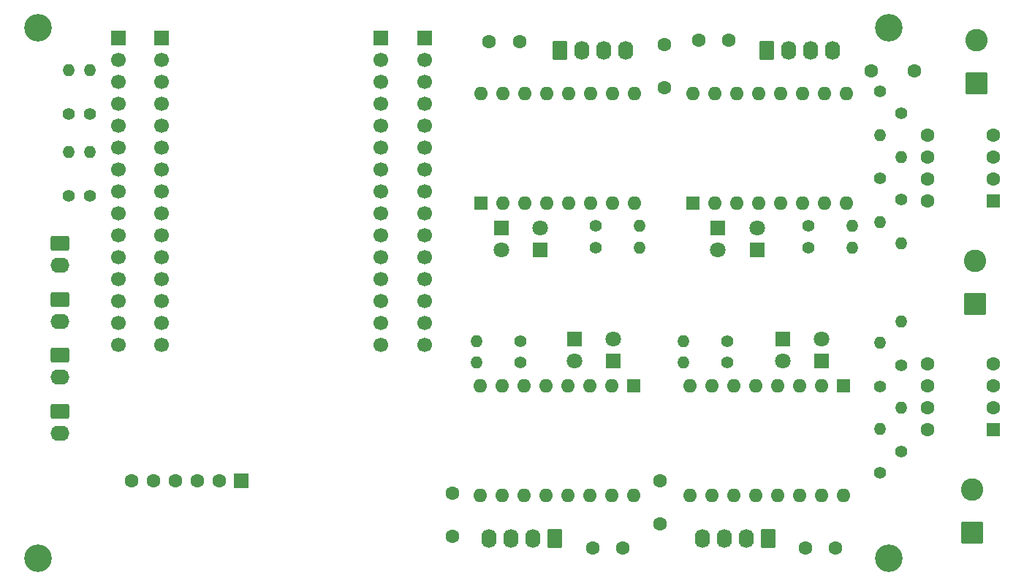
<source format=gbs>
%TF.GenerationSoftware,KiCad,Pcbnew,9.0.1*%
%TF.CreationDate,2025-04-10T10:54:34+02:00*%
%TF.ProjectId,mainboard_pcb,6d61696e-626f-4617-9264-5f7063622e6b,rev?*%
%TF.SameCoordinates,Original*%
%TF.FileFunction,Soldermask,Bot*%
%TF.FilePolarity,Negative*%
%FSLAX46Y46*%
G04 Gerber Fmt 4.6, Leading zero omitted, Abs format (unit mm)*
G04 Created by KiCad (PCBNEW 9.0.1) date 2025-04-10 10:54:34*
%MOMM*%
%LPD*%
G01*
G04 APERTURE LIST*
G04 Aperture macros list*
%AMRoundRect*
0 Rectangle with rounded corners*
0 $1 Rounding radius*
0 $2 $3 $4 $5 $6 $7 $8 $9 X,Y pos of 4 corners*
0 Add a 4 corners polygon primitive as box body*
4,1,4,$2,$3,$4,$5,$6,$7,$8,$9,$2,$3,0*
0 Add four circle primitives for the rounded corners*
1,1,$1+$1,$2,$3*
1,1,$1+$1,$4,$5*
1,1,$1+$1,$6,$7*
1,1,$1+$1,$8,$9*
0 Add four rect primitives between the rounded corners*
20,1,$1+$1,$2,$3,$4,$5,0*
20,1,$1+$1,$4,$5,$6,$7,0*
20,1,$1+$1,$6,$7,$8,$9,0*
20,1,$1+$1,$8,$9,$2,$3,0*%
G04 Aperture macros list end*
%ADD10C,3.200000*%
%ADD11R,1.800000X1.800000*%
%ADD12C,1.800000*%
%ADD13C,1.400000*%
%ADD14O,1.400000X1.400000*%
%ADD15R,1.600000X1.600000*%
%ADD16O,1.600000X1.600000*%
%ADD17RoundRect,0.250000X0.550000X0.550000X-0.550000X0.550000X-0.550000X-0.550000X0.550000X-0.550000X0*%
%ADD18C,1.600000*%
%ADD19RoundRect,0.250000X1.050000X-1.050000X1.050000X1.050000X-1.050000X1.050000X-1.050000X-1.050000X0*%
%ADD20C,2.600000*%
%ADD21RoundRect,0.250000X-0.845000X0.620000X-0.845000X-0.620000X0.845000X-0.620000X0.845000X0.620000X0*%
%ADD22O,2.190000X1.740000*%
%ADD23R,1.700000X1.700000*%
%ADD24C,1.700000*%
%ADD25RoundRect,0.250000X0.620000X0.845000X-0.620000X0.845000X-0.620000X-0.845000X0.620000X-0.845000X0*%
%ADD26O,1.740000X2.190000*%
%ADD27RoundRect,0.250000X-0.620000X-0.845000X0.620000X-0.845000X0.620000X0.845000X-0.620000X0.845000X0*%
G04 APERTURE END LIST*
D10*
%TO.C,H4*%
X108000000Y-106500000D03*
%TD*%
D11*
%TO.C,D7*%
X161640000Y-68215000D03*
D12*
X161640000Y-70755000D03*
%TD*%
D13*
%TO.C,R18*%
X205500000Y-52420000D03*
D14*
X205500000Y-57500000D03*
%TD*%
D13*
%TO.C,R20*%
X208000000Y-84120000D03*
D14*
X208000000Y-79040000D03*
%TD*%
D13*
%TO.C,R16*%
X208000000Y-64920000D03*
D14*
X208000000Y-70000000D03*
%TD*%
D15*
%TO.C,A1*%
X201240000Y-86500000D03*
D16*
X198700000Y-86500000D03*
X196160000Y-86500000D03*
X193620000Y-86500000D03*
X191080000Y-86500000D03*
X188540000Y-86500000D03*
X186000000Y-86500000D03*
X183460000Y-86500000D03*
X183460000Y-99200000D03*
X186000000Y-99200000D03*
X188540000Y-99200000D03*
X191080000Y-99200000D03*
X193620000Y-99200000D03*
X196160000Y-99200000D03*
X198700000Y-99200000D03*
X201240000Y-99200000D03*
%TD*%
D11*
%TO.C,D6*%
X194240000Y-81070000D03*
D12*
X194240000Y-83610000D03*
%TD*%
D13*
%TO.C,R10*%
X163868664Y-83793616D03*
D14*
X158788664Y-83793616D03*
%TD*%
D11*
%TO.C,D2*%
X191250000Y-70755000D03*
D12*
X191250000Y-68215000D03*
%TD*%
D13*
%TO.C,R17*%
X205500000Y-62460000D03*
D14*
X205500000Y-67540000D03*
%TD*%
D13*
%TO.C,R8*%
X197210000Y-67985000D03*
D14*
X202290000Y-67985000D03*
%TD*%
D17*
%TO.C,SW1*%
X218620000Y-65080000D03*
D18*
X218620000Y-62540000D03*
X218620000Y-60000000D03*
X218620000Y-57460000D03*
X211000000Y-57460000D03*
X211000000Y-60000000D03*
X211000000Y-62540000D03*
X211000000Y-65080000D03*
%TD*%
D13*
%TO.C,R14*%
X172600000Y-67985000D03*
D14*
X177680000Y-67985000D03*
%TD*%
D11*
%TO.C,D1*%
X186750000Y-68215000D03*
D12*
X186750000Y-70755000D03*
%TD*%
D19*
%TO.C,J3*%
X216172500Y-103500000D03*
D20*
X216172500Y-98500000D03*
%TD*%
D21*
%TO.C,J8*%
X110500000Y-83000000D03*
D22*
X110500000Y-85540000D03*
%TD*%
D11*
%TO.C,D5*%
X198740000Y-83610000D03*
D12*
X198740000Y-81070000D03*
%TD*%
D23*
%TO.C,J13*%
X117300000Y-46220000D03*
D24*
X117300000Y-48760000D03*
X117300000Y-51300000D03*
X117300000Y-53840000D03*
X117300000Y-56380000D03*
X117300000Y-58920000D03*
X117300000Y-61460000D03*
X117300000Y-64000000D03*
X117300000Y-66540000D03*
X117300000Y-69080000D03*
X117300000Y-71620000D03*
X117300000Y-74160000D03*
X117300000Y-76700000D03*
X117300000Y-79240000D03*
X117300000Y-81780000D03*
%TD*%
D18*
%TO.C,C8*%
X156000000Y-104000000D03*
X156000000Y-99000000D03*
%TD*%
D21*
%TO.C,J9*%
X110500000Y-76500000D03*
D22*
X110500000Y-79040000D03*
%TD*%
D11*
%TO.C,D3*%
X174590000Y-83610000D03*
D12*
X174590000Y-81070000D03*
%TD*%
D13*
%TO.C,R13*%
X172600000Y-70485000D03*
D14*
X177680000Y-70485000D03*
%TD*%
D11*
%TO.C,D8*%
X166140000Y-70755000D03*
D12*
X166140000Y-68215000D03*
%TD*%
D18*
%TO.C,C4*%
X200350000Y-105340000D03*
X196850000Y-105340000D03*
%TD*%
%TO.C,C6*%
X160250000Y-46625000D03*
X163750000Y-46625000D03*
%TD*%
%TO.C,C2*%
X180500000Y-47000000D03*
X180500000Y-52000000D03*
%TD*%
D11*
%TO.C,D4*%
X170090000Y-81070000D03*
D12*
X170090000Y-83610000D03*
%TD*%
D13*
%TO.C,R12*%
X187780000Y-83840000D03*
D14*
X182700000Y-83840000D03*
%TD*%
D25*
%TO.C,J5*%
X167810000Y-104227001D03*
D26*
X165270000Y-104227001D03*
X162730000Y-104227001D03*
X160190000Y-104227001D03*
%TD*%
D21*
%TO.C,J10*%
X110500000Y-70000000D03*
D22*
X110500000Y-72540000D03*
%TD*%
D15*
%TO.C,A4*%
X159250000Y-65325000D03*
D16*
X161790000Y-65325000D03*
X164330000Y-65325000D03*
X166870000Y-65325000D03*
X169410000Y-65325000D03*
X171950000Y-65325000D03*
X174490000Y-65325000D03*
X177030000Y-65325000D03*
X177030000Y-52625000D03*
X174490000Y-52625000D03*
X171950000Y-52625000D03*
X169410000Y-52625000D03*
X166870000Y-52625000D03*
X164330000Y-52625000D03*
X161790000Y-52625000D03*
X159250000Y-52625000D03*
%TD*%
D17*
%TO.C,SW2*%
X218620000Y-91580000D03*
D18*
X218620000Y-89040000D03*
X218620000Y-86500000D03*
X218620000Y-83960000D03*
X211000000Y-83960000D03*
X211000000Y-86500000D03*
X211000000Y-89040000D03*
X211000000Y-91580000D03*
%TD*%
D13*
%TO.C,R11*%
X187780000Y-81340000D03*
D14*
X182700000Y-81340000D03*
%TD*%
D23*
%TO.C,U1*%
X122300000Y-46220000D03*
D24*
X122300000Y-48760000D03*
X122300000Y-51300000D03*
X122300000Y-53840000D03*
X122300000Y-56380000D03*
X122300000Y-58920000D03*
X122300000Y-61460000D03*
X122300000Y-64000000D03*
X122300000Y-66540000D03*
X122300000Y-69080000D03*
X122300000Y-71620000D03*
X122300000Y-74160000D03*
X122300000Y-76700000D03*
X122300000Y-79240000D03*
X122300000Y-81780000D03*
X147700000Y-81780000D03*
X147700000Y-79240000D03*
X147700000Y-76700000D03*
X147700000Y-74160000D03*
X147700000Y-71620000D03*
X147700000Y-69080000D03*
X147700000Y-66540000D03*
X147700000Y-64000000D03*
X147700000Y-61460000D03*
X147700000Y-58920000D03*
X147700000Y-56380000D03*
X147700000Y-53840000D03*
X147700000Y-51300000D03*
X147700000Y-48760000D03*
D23*
X147700000Y-46220000D03*
%TD*%
D21*
%TO.C,J7*%
X110500000Y-89500000D03*
D22*
X110500000Y-92040000D03*
%TD*%
D18*
%TO.C,C9*%
X209500000Y-50000000D03*
X204500000Y-50000000D03*
%TD*%
D15*
%TO.C,A2*%
X183860000Y-65325000D03*
D16*
X186400000Y-65325000D03*
X188940000Y-65325000D03*
X191480000Y-65325000D03*
X194020000Y-65325000D03*
X196560000Y-65325000D03*
X199100000Y-65325000D03*
X201640000Y-65325000D03*
X201640000Y-52625000D03*
X199100000Y-52625000D03*
X196560000Y-52625000D03*
X194020000Y-52625000D03*
X191480000Y-52625000D03*
X188940000Y-52625000D03*
X186400000Y-52625000D03*
X183860000Y-52625000D03*
%TD*%
D23*
%TO.C,J12*%
X152800000Y-46220000D03*
D24*
X152800000Y-48760000D03*
X152800000Y-51300000D03*
X152800000Y-53840000D03*
X152800000Y-56380000D03*
X152800000Y-58920000D03*
X152800000Y-61460000D03*
X152800000Y-64000000D03*
X152800000Y-66540000D03*
X152800000Y-69080000D03*
X152800000Y-71620000D03*
X152800000Y-74160000D03*
X152800000Y-76700000D03*
X152800000Y-79240000D03*
X152800000Y-81780000D03*
%TD*%
D13*
%TO.C,R19*%
X208000000Y-54920000D03*
D14*
X208000000Y-60000000D03*
%TD*%
D13*
%TO.C,R3*%
X111500000Y-55040000D03*
D14*
X111500000Y-49960000D03*
%TD*%
D13*
%TO.C,R21*%
X205500000Y-86620000D03*
D14*
X205500000Y-81540000D03*
%TD*%
D25*
%TO.C,J4*%
X192540000Y-104200000D03*
D26*
X190000000Y-104200000D03*
X187460000Y-104200000D03*
X184920000Y-104200000D03*
%TD*%
D13*
%TO.C,R9*%
X163865164Y-81354252D03*
D14*
X158785164Y-81354252D03*
%TD*%
D10*
%TO.C,H2*%
X206500000Y-45000000D03*
%TD*%
D13*
%TO.C,R7*%
X197210000Y-70485000D03*
D14*
X202290000Y-70485000D03*
%TD*%
D23*
%TO.C,J11*%
X131540000Y-97500000D03*
D18*
X129000000Y-97500000D03*
X126460000Y-97500000D03*
X123920000Y-97500000D03*
X121380000Y-97500000D03*
X118840000Y-97500000D03*
%TD*%
D10*
%TO.C,H3*%
X108000000Y-45000000D03*
%TD*%
D27*
%TO.C,J2*%
X192420000Y-47625000D03*
D26*
X194960000Y-47625000D03*
X197500000Y-47625000D03*
X200040000Y-47625000D03*
%TD*%
D13*
%TO.C,R23*%
X205500000Y-96620000D03*
D14*
X205500000Y-91540000D03*
%TD*%
D18*
%TO.C,C3*%
X184500000Y-46485000D03*
X188000000Y-46485000D03*
%TD*%
D13*
%TO.C,R4*%
X114000000Y-55040000D03*
D14*
X114000000Y-49960000D03*
%TD*%
D13*
%TO.C,R5*%
X111500000Y-64540000D03*
D14*
X111500000Y-59460000D03*
%TD*%
D13*
%TO.C,R22*%
X208000000Y-94120000D03*
D14*
X208000000Y-89040000D03*
%TD*%
D18*
%TO.C,C5*%
X175740000Y-105340000D03*
X172240000Y-105340000D03*
%TD*%
%TO.C,C7*%
X180000000Y-102500000D03*
X180000000Y-97500000D03*
%TD*%
D19*
%TO.C,J14*%
X216500000Y-77000000D03*
D20*
X216500000Y-72000000D03*
%TD*%
D10*
%TO.C,H1*%
X206500000Y-106500000D03*
%TD*%
D15*
%TO.C,A3*%
X177000000Y-86500000D03*
D16*
X174460000Y-86500000D03*
X171920000Y-86500000D03*
X169380000Y-86500000D03*
X166840000Y-86500000D03*
X164300000Y-86500000D03*
X161760000Y-86500000D03*
X159220000Y-86500000D03*
X159220000Y-99200000D03*
X161760000Y-99200000D03*
X164300000Y-99200000D03*
X166840000Y-99200000D03*
X169380000Y-99200000D03*
X171920000Y-99200000D03*
X174460000Y-99200000D03*
X177000000Y-99200000D03*
%TD*%
D19*
%TO.C,J1*%
X216672500Y-51500000D03*
D20*
X216672500Y-46500000D03*
%TD*%
D13*
%TO.C,R6*%
X114000000Y-64540000D03*
D14*
X114000000Y-59460000D03*
%TD*%
D27*
%TO.C,J6*%
X168420000Y-47625000D03*
D26*
X170960000Y-47625000D03*
X173500000Y-47625000D03*
X176040000Y-47625000D03*
%TD*%
M02*

</source>
